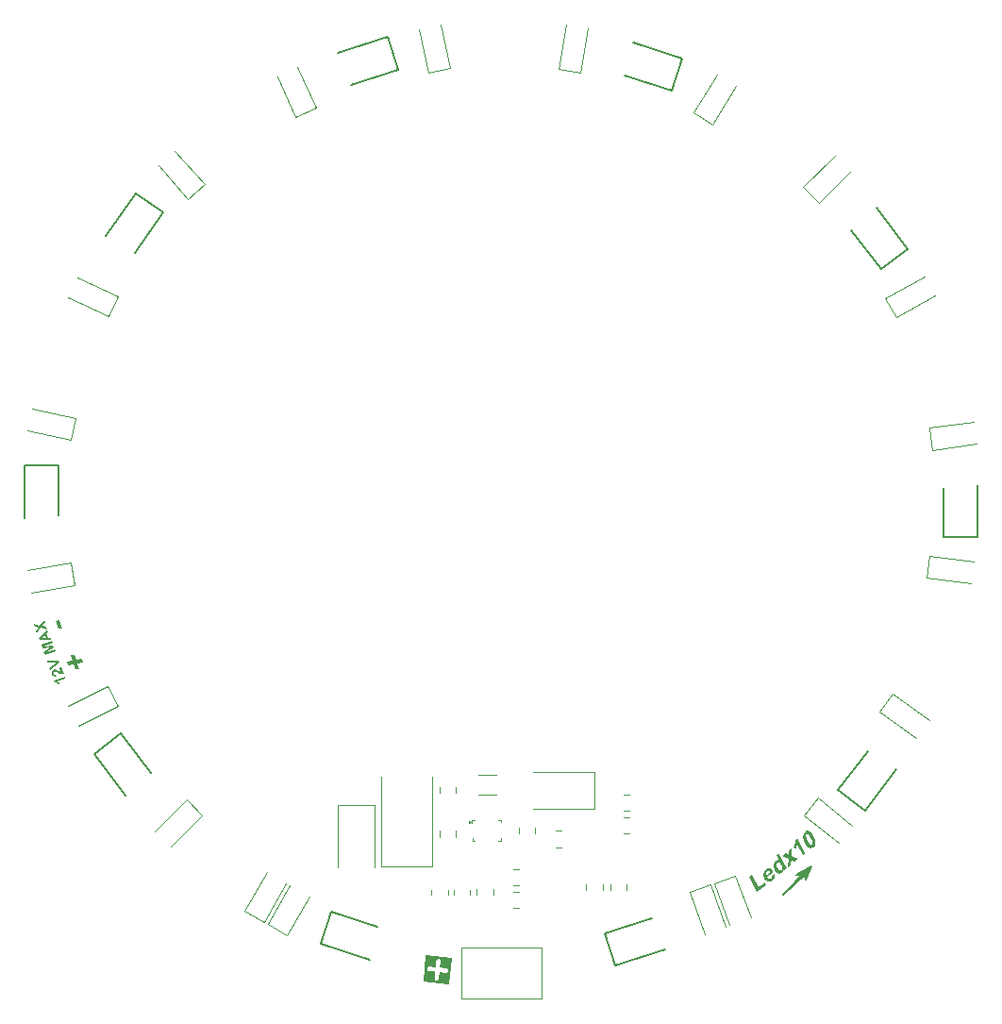
<source format=gbr>
%TF.GenerationSoftware,KiCad,Pcbnew,9.0.6*%
%TF.CreationDate,2026-01-19T13:30:55+08:00*%
%TF.ProjectId,Ledx10,4c656478-3130-42e6-9b69-6361645f7063,rev?*%
%TF.SameCoordinates,Original*%
%TF.FileFunction,Legend,Top*%
%TF.FilePolarity,Positive*%
%FSLAX46Y46*%
G04 Gerber Fmt 4.6, Leading zero omitted, Abs format (unit mm)*
G04 Created by KiCad (PCBNEW 9.0.6) date 2026-01-19 13:30:55*
%MOMM*%
%LPD*%
G01*
G04 APERTURE LIST*
%ADD10C,0.200000*%
%ADD11C,0.400000*%
%ADD12C,0.300000*%
%ADD13C,0.120000*%
%ADD14C,0.150000*%
%ADD15C,0.100000*%
G04 APERTURE END LIST*
D10*
X150767663Y-113887195D02*
X150653913Y-113493746D01*
X148726866Y-115290525D01*
X150529723Y-113359116D01*
X149885400Y-113512600D01*
X151295275Y-112672100D01*
X150767663Y-113887195D01*
G36*
X150767663Y-113887195D02*
G01*
X150653913Y-113493746D01*
X148726866Y-115290525D01*
X150529723Y-113359116D01*
X149885400Y-113512600D01*
X151295275Y-112672100D01*
X150767663Y-113887195D01*
G37*
D11*
G36*
X119026418Y-120919040D02*
G01*
X118779672Y-123266677D01*
X116432036Y-123019930D01*
X116548890Y-121908144D01*
X116772335Y-121908144D01*
X116794498Y-121982967D01*
X116843608Y-122043612D01*
X116912188Y-122080848D01*
X116950590Y-122088748D01*
X117509417Y-122147483D01*
X117450682Y-122706310D01*
X117450425Y-122745516D01*
X117472588Y-122820339D01*
X117521698Y-122880984D01*
X117590278Y-122918220D01*
X117667886Y-122926377D01*
X117742709Y-122904214D01*
X117803354Y-122855104D01*
X117840590Y-122786524D01*
X117848490Y-122748122D01*
X117907225Y-122189294D01*
X118466053Y-122248030D01*
X118505259Y-122248287D01*
X118580081Y-122226124D01*
X118640727Y-122177014D01*
X118677962Y-122108434D01*
X118686119Y-122030826D01*
X118663956Y-121956003D01*
X118614846Y-121895358D01*
X118546267Y-121858122D01*
X118507864Y-121850222D01*
X117949036Y-121791486D01*
X118007772Y-121232659D01*
X118008029Y-121193453D01*
X117985866Y-121118631D01*
X117936756Y-121057985D01*
X117868176Y-121020750D01*
X117790568Y-121012593D01*
X117715745Y-121034756D01*
X117655100Y-121083866D01*
X117617864Y-121152445D01*
X117609964Y-121190848D01*
X117551228Y-121749675D01*
X116992402Y-121690940D01*
X116953196Y-121690683D01*
X116878373Y-121712846D01*
X116817728Y-121761956D01*
X116780492Y-121830536D01*
X116772335Y-121908144D01*
X116548890Y-121908144D01*
X116678783Y-120672294D01*
X119026418Y-120919040D01*
G37*
D12*
G36*
X83432895Y-90714010D02*
G01*
X83818966Y-90651099D01*
X84083303Y-91339721D01*
X83697232Y-91402631D01*
X83432895Y-90714010D01*
G37*
G36*
X146394990Y-115024107D02*
G01*
X145698580Y-113672187D01*
X145929130Y-113485491D01*
X146507630Y-114608554D01*
X147080911Y-114144320D01*
X147198822Y-114373177D01*
X146394990Y-115024107D01*
G37*
G36*
X147542311Y-112862255D02*
G01*
X147606232Y-112891508D01*
X147670893Y-112938725D01*
X147737166Y-113007458D01*
X147805478Y-113102367D01*
X147875863Y-113229041D01*
X147327567Y-113673043D01*
X147374936Y-113743257D01*
X147423292Y-113787108D01*
X147473444Y-113810543D01*
X147527812Y-113816816D01*
X147580034Y-113804833D01*
X147632785Y-113772849D01*
X147676083Y-113726069D01*
X147702395Y-113670045D01*
X147711171Y-113605566D01*
X147701012Y-113521488D01*
X147941002Y-113387490D01*
X147953650Y-113506994D01*
X147947030Y-113616137D01*
X147922389Y-113717001D01*
X147879397Y-113811108D01*
X147817478Y-113897435D01*
X147734600Y-113977026D01*
X147641921Y-114040670D01*
X147557137Y-114077913D01*
X147478078Y-114093223D01*
X147402385Y-114089025D01*
X147327737Y-114065482D01*
X147258600Y-114024844D01*
X147192611Y-113966995D01*
X147129295Y-113889162D01*
X147068709Y-113787670D01*
X147013140Y-113659723D01*
X146980519Y-113538927D01*
X146968562Y-113423619D01*
X146972278Y-113367993D01*
X147205167Y-113367993D01*
X147218656Y-113436907D01*
X147249142Y-113510267D01*
X147576355Y-113245295D01*
X147529549Y-113175339D01*
X147483500Y-113132667D01*
X147437346Y-113110601D01*
X147387075Y-113104430D01*
X147339765Y-113114803D01*
X147292964Y-113142899D01*
X147251927Y-113185828D01*
X147223348Y-113238107D01*
X147206966Y-113301874D01*
X147205167Y-113367993D01*
X146972278Y-113367993D01*
X146976011Y-113312114D01*
X147002488Y-113201684D01*
X147044523Y-113106165D01*
X147101869Y-113023273D01*
X147175418Y-112951461D01*
X147254094Y-112897213D01*
X147328647Y-112863366D01*
X147400466Y-112847048D01*
X147471135Y-112846711D01*
X147542311Y-112862255D01*
G37*
G36*
X149048923Y-112874994D02*
G01*
X148845634Y-113039615D01*
X148770890Y-112894483D01*
X148753536Y-113015492D01*
X148717341Y-113119580D01*
X148663490Y-113210163D01*
X148600714Y-113275661D01*
X148526234Y-113323260D01*
X148450405Y-113348164D01*
X148370955Y-113352276D01*
X148285110Y-113334766D01*
X148207495Y-113298449D01*
X148132009Y-113239023D01*
X148057640Y-113151810D01*
X147984270Y-113030353D01*
X147926271Y-112898633D01*
X147892156Y-112778437D01*
X147878879Y-112667716D01*
X147884321Y-112566559D01*
X148136690Y-112566559D01*
X148137056Y-112643861D01*
X148156866Y-112732133D01*
X148200218Y-112834503D01*
X148261893Y-112939791D01*
X148313602Y-113003780D01*
X148357161Y-113038352D01*
X148411144Y-113060795D01*
X148461054Y-113065238D01*
X148509504Y-113053225D01*
X148558832Y-113022951D01*
X148601060Y-112977232D01*
X148630672Y-112917666D01*
X148647095Y-112840575D01*
X148645885Y-112761190D01*
X148624808Y-112670001D01*
X148579551Y-112563743D01*
X148511888Y-112452523D01*
X148452408Y-112387610D01*
X148399322Y-112355297D01*
X148339997Y-112343178D01*
X148284195Y-112352777D01*
X148228335Y-112385450D01*
X148184402Y-112432351D01*
X148153787Y-112491687D01*
X148136690Y-112566559D01*
X147884321Y-112566559D01*
X147884434Y-112564466D01*
X147908237Y-112461396D01*
X147946531Y-112372649D01*
X147999006Y-112295997D01*
X148066445Y-112229922D01*
X148138835Y-112183820D01*
X148213196Y-112159685D01*
X148291781Y-112155851D01*
X148377357Y-112173319D01*
X148125486Y-111684288D01*
X148344292Y-111507103D01*
X149048923Y-112874994D01*
G37*
G36*
X149181602Y-112767553D02*
G01*
X149217278Y-112016090D01*
X148684080Y-111767485D01*
X148951288Y-111551104D01*
X149237887Y-111704762D01*
X149251951Y-111307632D01*
X149508980Y-111099493D01*
X149470085Y-111795460D01*
X150044655Y-112068667D01*
X149775880Y-112286316D01*
X149449701Y-112115799D01*
X149437920Y-112559991D01*
X149181602Y-112767553D01*
G37*
G36*
X150706625Y-111532614D02*
G01*
X150487748Y-111709857D01*
X149981605Y-110727377D01*
X149939140Y-110878799D01*
X149879354Y-111021466D01*
X149801900Y-111156459D01*
X149678533Y-110916935D01*
X149719465Y-110845991D01*
X149759834Y-110754604D01*
X149799114Y-110638972D01*
X149825573Y-110521470D01*
X149833541Y-110411866D01*
X149824402Y-110308534D01*
X150001995Y-110164722D01*
X150706625Y-111532614D01*
G37*
G36*
X150985263Y-109497889D02*
G01*
X151050831Y-109516099D01*
X151118636Y-109551776D01*
X151191232Y-109610053D01*
X151269877Y-109696463D01*
X151355474Y-109817823D01*
X151448656Y-109982048D01*
X151526539Y-110148535D01*
X151579518Y-110293930D01*
X151611329Y-110420935D01*
X151625140Y-110532118D01*
X151623468Y-110629885D01*
X151603676Y-110733422D01*
X151566294Y-110824819D01*
X151511189Y-110906236D01*
X151436795Y-110979047D01*
X151366509Y-111026486D01*
X151298085Y-111055073D01*
X151230155Y-111067124D01*
X151161096Y-111063482D01*
X151089181Y-111043450D01*
X151028141Y-111010861D01*
X150960685Y-110955297D01*
X150885260Y-110870346D01*
X150800604Y-110748174D01*
X150705645Y-110579719D01*
X150628213Y-110414093D01*
X150575514Y-110269265D01*
X150543858Y-110142577D01*
X150530119Y-110031505D01*
X150531532Y-109950043D01*
X150769419Y-109950043D01*
X150782989Y-110037768D01*
X150828794Y-110170036D01*
X150936091Y-110397114D01*
X151056842Y-110613912D01*
X151126038Y-110710125D01*
X151173676Y-110755940D01*
X151210209Y-110779644D01*
X151238633Y-110788188D01*
X151282561Y-110783902D01*
X151324412Y-110760801D01*
X151357683Y-110723480D01*
X151379722Y-110673230D01*
X151385865Y-110613520D01*
X151372295Y-110525796D01*
X151326898Y-110394345D01*
X151219671Y-110167476D01*
X151098910Y-109950589D01*
X151029724Y-109854466D01*
X150982104Y-109808544D01*
X150945485Y-109784634D01*
X150916925Y-109775861D01*
X150872756Y-109779798D01*
X150830872Y-109802763D01*
X150797601Y-109840084D01*
X150775562Y-109890334D01*
X150769419Y-109950043D01*
X150531532Y-109950043D01*
X150531816Y-109933679D01*
X150551608Y-109830142D01*
X150588990Y-109738744D01*
X150644096Y-109657328D01*
X150718489Y-109584516D01*
X150788983Y-109536483D01*
X150855976Y-109507592D01*
X150920867Y-109495147D01*
X150985263Y-109497889D01*
G37*
G36*
X84424924Y-94344913D02*
G01*
X84944928Y-94260154D01*
X84761030Y-93781083D01*
X85115594Y-93723333D01*
X85299492Y-94202404D01*
X85819496Y-94117644D01*
X85942124Y-94437101D01*
X85422120Y-94521861D01*
X85606456Y-95002072D01*
X85251892Y-95059821D01*
X85067556Y-94579610D01*
X84547552Y-94664370D01*
X84424924Y-94344913D01*
G37*
D10*
G36*
X84257910Y-95701335D02*
G01*
X84323570Y-95881732D01*
X83645703Y-96128456D01*
X83727584Y-96177345D01*
X83801669Y-96237985D01*
X83868565Y-96311222D01*
X83703315Y-96371368D01*
X83668151Y-96332654D01*
X83621007Y-96292222D01*
X83559683Y-96249891D01*
X83494539Y-96216360D01*
X83430818Y-96197216D01*
X83367427Y-96191207D01*
X83314152Y-96044835D01*
X84257910Y-95701335D01*
G37*
G36*
X83769276Y-94884413D02*
G01*
X83938197Y-94822931D01*
X84168318Y-95455182D01*
X84102429Y-95466326D01*
X84035344Y-95467626D01*
X83966352Y-95458904D01*
X83898069Y-95440136D01*
X83801119Y-95402096D01*
X83667489Y-95337979D01*
X83521876Y-95267711D01*
X83459407Y-95244378D01*
X83413230Y-95237041D01*
X83372395Y-95238267D01*
X83335744Y-95247216D01*
X83298356Y-95265354D01*
X83272194Y-95287354D01*
X83255050Y-95313300D01*
X83246089Y-95343152D01*
X83245819Y-95376430D01*
X83255288Y-95414646D01*
X83272523Y-95449391D01*
X83294665Y-95474678D01*
X83322018Y-95492116D01*
X83353372Y-95500792D01*
X83394551Y-95500826D01*
X83448894Y-95489538D01*
X83496343Y-95675783D01*
X83416955Y-95689222D01*
X83350270Y-95688696D01*
X83293744Y-95676327D01*
X83245248Y-95653071D01*
X83201492Y-95619426D01*
X83163326Y-95577569D01*
X83130481Y-95526523D01*
X83103078Y-95464912D01*
X83083035Y-95393598D01*
X83076474Y-95329831D01*
X83081789Y-95272027D01*
X83098284Y-95218761D01*
X83125516Y-95169191D01*
X83160320Y-95128700D01*
X83203244Y-95096226D01*
X83255510Y-95071408D01*
X83319623Y-95054566D01*
X83384411Y-95050289D01*
X83451278Y-95057930D01*
X83530624Y-95078881D01*
X83590370Y-95102810D01*
X83693295Y-95153402D01*
X83836286Y-95223843D01*
X83899634Y-95242568D01*
X83769276Y-94884413D01*
G37*
G36*
X83792072Y-94421455D02*
G01*
X82970736Y-95101306D01*
X82895741Y-94895261D01*
X83506772Y-94403134D01*
X82725182Y-94426652D01*
X82651816Y-94225082D01*
X83718247Y-94218622D01*
X83792072Y-94421455D01*
G37*
G36*
X83428294Y-93421982D02*
G01*
X82484536Y-93765482D01*
X82381035Y-93481115D01*
X82962668Y-93076039D01*
X82257443Y-93141550D01*
X82153691Y-92856495D01*
X83097450Y-92512995D01*
X83161710Y-92689548D01*
X82418833Y-92959933D01*
X83229687Y-92876314D01*
X83296286Y-93059294D01*
X82621157Y-93515814D01*
X83364034Y-93245429D01*
X83428294Y-93421982D01*
G37*
G36*
X82795091Y-91682272D02*
G01*
X82612009Y-91841959D01*
X82748903Y-92218074D01*
X82990169Y-92218243D01*
X83063534Y-92419813D01*
X81986369Y-92396780D01*
X81921427Y-92218354D01*
X82170948Y-92218354D01*
X82569738Y-92217135D01*
X82476283Y-91960368D01*
X82170948Y-92218354D01*
X81921427Y-92218354D01*
X81913233Y-92195841D01*
X82719846Y-91475538D01*
X82795091Y-91682272D01*
G37*
G36*
X82718029Y-91470546D02*
G01*
X82108605Y-91323665D01*
X81763286Y-91783865D01*
X81682444Y-91561754D01*
X81897050Y-91272655D01*
X81546468Y-91188163D01*
X81466336Y-90968003D01*
X82025618Y-91099410D01*
X82399569Y-90595584D01*
X82482980Y-90824753D01*
X82239218Y-91149611D01*
X82635078Y-91242639D01*
X82718029Y-91470546D01*
G37*
D13*
%TO.C,D22*%
X128543189Y-41146777D02*
X130512804Y-41494073D01*
X128543189Y-41146777D02*
X129239518Y-37197698D01*
X130512804Y-41494073D02*
X131209133Y-37544994D01*
%TO.C,D11*%
X84828317Y-74417619D02*
X85244140Y-72461324D01*
X84828317Y-74417619D02*
X80905945Y-73583893D01*
X85244140Y-72461324D02*
X81321768Y-71627598D01*
%TO.C,D18*%
X104948353Y-45488704D02*
X106775444Y-44675231D01*
X104948353Y-45488704D02*
X103317339Y-41825387D01*
X106775444Y-44675231D02*
X105144430Y-41011913D01*
%TO.C,D8*%
X96609879Y-108131335D02*
X95195665Y-106717121D01*
X96609879Y-108131335D02*
X93774381Y-110966833D01*
X95195665Y-106717121D02*
X92360167Y-109552619D01*
%TO.C,D30*%
X158571505Y-97244810D02*
X157395935Y-98862844D01*
X158571505Y-97244810D02*
X161815663Y-99601829D01*
X157395935Y-98862844D02*
X160640093Y-101219863D01*
%TO.C,D15*%
X88203268Y-63371687D02*
X89048505Y-61559071D01*
X88203268Y-63371687D02*
X84568974Y-61676988D01*
X89048505Y-61559071D02*
X85414210Y-59864372D01*
%TO.C,D6*%
X102474975Y-117875820D02*
X104207025Y-118875820D01*
X102474975Y-117875820D02*
X104479975Y-114403058D01*
X104207025Y-118875820D02*
X106212025Y-115403058D01*
%TO.C,D12*%
X85174794Y-87442998D02*
X84827498Y-85473383D01*
X85174794Y-87442998D02*
X81225715Y-88139327D01*
X84827498Y-85473383D02*
X80878419Y-86169712D01*
%TO.C,D31*%
X151830256Y-106551258D02*
X150571615Y-108105550D01*
X151830256Y-106551258D02*
X154946611Y-109074833D01*
X150571615Y-108105550D02*
X153687970Y-110629125D01*
%TO.C,D5*%
X100406041Y-116681321D02*
X102138091Y-117681321D01*
X100406041Y-116681321D02*
X102411041Y-113208559D01*
X102138091Y-117681321D02*
X104143091Y-114208559D01*
%TO.C,D24*%
X157902888Y-61712131D02*
X158872507Y-63461370D01*
X157902888Y-61712131D02*
X161410113Y-59768044D01*
X158872507Y-63461370D02*
X162379732Y-61517284D01*
%TO.C,D21*%
X140700743Y-45094277D02*
X142415077Y-46124353D01*
X140700743Y-45094277D02*
X142766046Y-41657036D01*
X142415077Y-46124353D02*
X144480380Y-42687112D01*
%TO.C,D27*%
X161838060Y-84851242D02*
X161594322Y-86836335D01*
X161838060Y-84851242D02*
X165818170Y-85339938D01*
X161594322Y-86836335D02*
X165574432Y-87325031D01*
%TO.C,D28*%
X161861794Y-73379180D02*
X162140140Y-75359717D01*
X161861794Y-73379180D02*
X165832769Y-72821096D01*
X162140140Y-75359717D02*
X166111115Y-74801632D01*
%TO.C,D2*%
X144435155Y-113519650D02*
X142555770Y-114203691D01*
X144435155Y-113519650D02*
X145806656Y-117287818D01*
X142555770Y-114203691D02*
X143927271Y-117971858D01*
%TO.C,D3*%
X142219362Y-114326130D02*
X140339977Y-115010171D01*
X142219362Y-114326130D02*
X143590863Y-118094298D01*
X140339977Y-115010171D02*
X141711478Y-118778338D01*
%TO.C,D14*%
X95324003Y-52816552D02*
X96810293Y-51478291D01*
X95324003Y-52816552D02*
X92640790Y-49836542D01*
X96810293Y-51478291D02*
X94127079Y-48498280D01*
%TO.C,D9*%
X89043766Y-98295389D02*
X88135785Y-96513376D01*
X89043766Y-98295389D02*
X85470830Y-100115891D01*
X88135785Y-96513376D02*
X84562849Y-98333878D01*
%TO.C,D17*%
X116929914Y-41538864D02*
X118878655Y-41088962D01*
X116929914Y-41538864D02*
X116027861Y-37631640D01*
X118878655Y-41088962D02*
X117976601Y-37181738D01*
%TO.C,D25*%
X150532121Y-51761665D02*
X151946335Y-53175879D01*
X150532121Y-51761665D02*
X153367619Y-48926167D01*
X151946335Y-53175879D02*
X154781833Y-50340381D01*
%TO.C,C6*%
X124995000Y-109762452D02*
X124995000Y-109239948D01*
X126465000Y-109762452D02*
X126465000Y-109239948D01*
%TO.C,C7*%
X134429548Y-108281800D02*
X134952052Y-108281800D01*
X134429548Y-109751800D02*
X134952052Y-109751800D01*
%TO.C,C4*%
X121235800Y-115278852D02*
X121235800Y-114756348D01*
X122705800Y-115278852D02*
X122705800Y-114756348D01*
D14*
%TO.C,D1*%
X132750624Y-118712688D02*
X133692508Y-121611509D01*
X133692508Y-121611509D02*
X138137365Y-120167287D01*
X136953913Y-117346957D02*
X132750624Y-118712688D01*
D13*
%TO.C,C2*%
X112700400Y-104670800D02*
X112700400Y-112735800D01*
X112700400Y-112735800D02*
X117220400Y-112735800D01*
X117220400Y-112735800D02*
X117220400Y-104670800D01*
D14*
%TO.C,D13*%
X90600322Y-57695971D02*
X93135301Y-54075647D01*
X90638525Y-52327386D02*
X87957859Y-56155775D01*
X93135301Y-54075647D02*
X90638525Y-52327386D01*
%TO.C,D7*%
X86878681Y-102644077D02*
X89691324Y-106376580D01*
X89312922Y-100809745D02*
X86878681Y-102644077D01*
X91972704Y-104339394D02*
X89312922Y-100809745D01*
D13*
%TO.C,R1*%
X117171800Y-115264664D02*
X117171800Y-114810536D01*
X118641800Y-115264664D02*
X118641800Y-114810536D01*
D14*
%TO.C,D10*%
X80670399Y-76760600D02*
X80670399Y-81434200D01*
X83718399Y-76760600D02*
X80670399Y-76760600D01*
X83718399Y-81180200D02*
X83718399Y-76760600D01*
D13*
%TO.C,C5*%
X124503548Y-115002600D02*
X125026052Y-115002600D01*
X124503548Y-116472600D02*
X125026052Y-116472600D01*
D15*
%TO.C,U1*%
X120827800Y-108549400D02*
X120827800Y-108778000D01*
X120827800Y-108549400D02*
X121081800Y-108549400D01*
X120853200Y-110200400D02*
X120853200Y-110429000D01*
X120853200Y-110429000D02*
X121081800Y-110429000D01*
X123164600Y-110429000D02*
X123393200Y-110429000D01*
X123393200Y-108549400D02*
X123190000Y-108549400D01*
X123393200Y-108549400D02*
X123393200Y-108752600D01*
X123393200Y-110200400D02*
X123393200Y-110429000D01*
X120675400Y-108752600D02*
X120573800Y-108828800D01*
X120573800Y-108676400D01*
X120675400Y-108752600D01*
G36*
X120675400Y-108752600D02*
G01*
X120573800Y-108828800D01*
X120573800Y-108676400D01*
X120675400Y-108752600D01*
G37*
D13*
%TO.C,D32*%
X108789200Y-107249200D02*
X108789200Y-112759200D01*
X112089200Y-107249200D02*
X108789200Y-107249200D01*
X112089200Y-107249200D02*
X112089200Y-112759200D01*
%TO.C,C8*%
X131065600Y-114343548D02*
X131065600Y-114866052D01*
X132535600Y-114343548D02*
X132535600Y-114866052D01*
%TO.C,D19*%
X131780000Y-104232400D02*
X126270000Y-104232400D01*
X131780000Y-107532400D02*
X126270000Y-107532400D01*
X131780000Y-107532400D02*
X131780000Y-104232400D01*
%TO.C,R5*%
X134443736Y-106249800D02*
X134897864Y-106249800D01*
X134443736Y-107719800D02*
X134897864Y-107719800D01*
D14*
%TO.C,D16*%
X109982237Y-42578881D02*
X114185526Y-41213150D01*
X113243642Y-38314329D02*
X108798785Y-39758551D01*
X114185526Y-41213150D02*
X113243642Y-38314329D01*
D13*
%TO.C,R2*%
X119153000Y-115264664D02*
X119153000Y-114810536D01*
X120623000Y-115264664D02*
X120623000Y-114810536D01*
D14*
%TO.C,D4*%
X107198242Y-119691708D02*
X111643100Y-121135928D01*
X108140126Y-116792887D02*
X107198242Y-119691708D01*
X112343415Y-118158619D02*
X108140126Y-116792887D01*
D13*
%TO.C,C3*%
X117883000Y-109532748D02*
X117883000Y-110055252D01*
X119353000Y-109532748D02*
X119353000Y-110055252D01*
%TO.C,R3*%
X124991864Y-112970600D02*
X124537736Y-112970600D01*
X124991864Y-114440600D02*
X124537736Y-114440600D01*
%TO.C,C9*%
X133224600Y-114866052D02*
X133224600Y-114343548D01*
X134694600Y-114866052D02*
X134694600Y-114343548D01*
%TO.C,J1*%
X119837200Y-119972400D02*
X127025400Y-119972400D01*
X127025400Y-124604200D01*
X119837200Y-124604200D01*
X119837200Y-119972400D01*
%TO.C,L1*%
X121338758Y-104464400D02*
X123009242Y-104464400D01*
X121338758Y-106284400D02*
X123009242Y-106284400D01*
D14*
%TO.C,D26*%
X163131500Y-78727300D02*
X163131500Y-83146900D01*
X163131500Y-83146900D02*
X166179500Y-83146900D01*
X166179500Y-83146900D02*
X166179500Y-78473300D01*
%TO.C,D23*%
X154850769Y-55622611D02*
X157510551Y-59152260D01*
X157510551Y-59152260D02*
X159944792Y-57317928D01*
X159944792Y-57317928D02*
X157132149Y-53585425D01*
D13*
%TO.C,C1*%
X117883000Y-106092852D02*
X117883000Y-105570348D01*
X119353000Y-106092852D02*
X119353000Y-105570348D01*
%TO.C,R4*%
X128347736Y-109516200D02*
X128801864Y-109516200D01*
X128347736Y-110986200D02*
X128801864Y-110986200D01*
D14*
%TO.C,D29*%
X153673992Y-105888126D02*
X156108233Y-107722458D01*
X156108233Y-107722458D02*
X158920876Y-103989955D01*
X156333774Y-102358477D02*
X153673992Y-105888126D01*
%TO.C,D20*%
X134526361Y-41790913D02*
X138729650Y-43156645D01*
X138729650Y-43156645D02*
X139671534Y-40257824D01*
X139671534Y-40257824D02*
X135226676Y-38813604D01*
%TD*%
M02*

</source>
